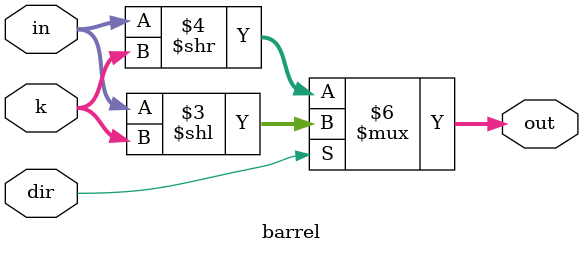
<source format=v>
`timescale 1ns / 1ps
module barrel #(parameter width=4)(
input [7:0]in,
input [width-1:0]k,
input dir,// dir ==1 for left shift and dir==0 for right shift
output reg [7:0]out
);
always @ (*) begin
    if(dir==1) begin  //left shift
        out <= in << k;
    end
    else begin      //right shift
        out <= in >> k;
    end
end
endmodule

</source>
